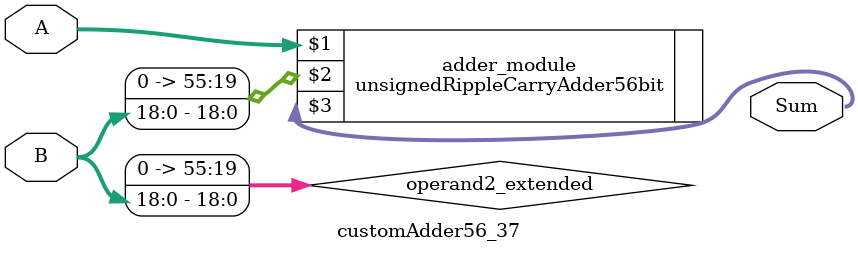
<source format=v>
module customAdder56_37(
                        input [55 : 0] A,
                        input [18 : 0] B,
                        
                        output [56 : 0] Sum
                );

        wire [55 : 0] operand2_extended;
        
        assign operand2_extended =  {37'b0, B};
        
        unsignedRippleCarryAdder56bit adder_module(
            A,
            operand2_extended,
            Sum
        );
        
        endmodule
        
</source>
